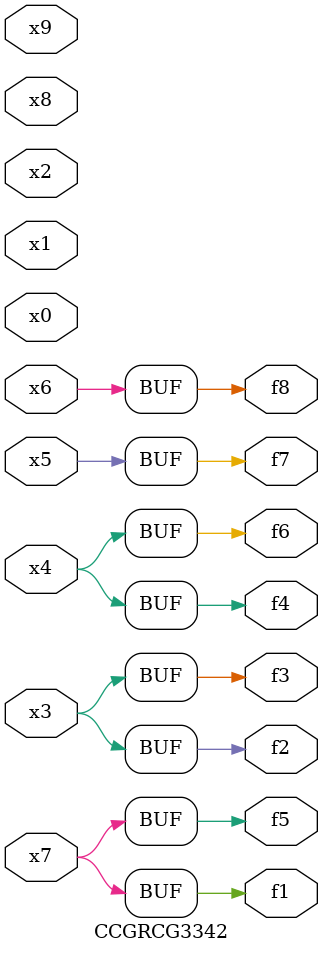
<source format=v>
module CCGRCG3342(
	input x0, x1, x2, x3, x4, x5, x6, x7, x8, x9,
	output f1, f2, f3, f4, f5, f6, f7, f8
);
	assign f1 = x7;
	assign f2 = x3;
	assign f3 = x3;
	assign f4 = x4;
	assign f5 = x7;
	assign f6 = x4;
	assign f7 = x5;
	assign f8 = x6;
endmodule

</source>
